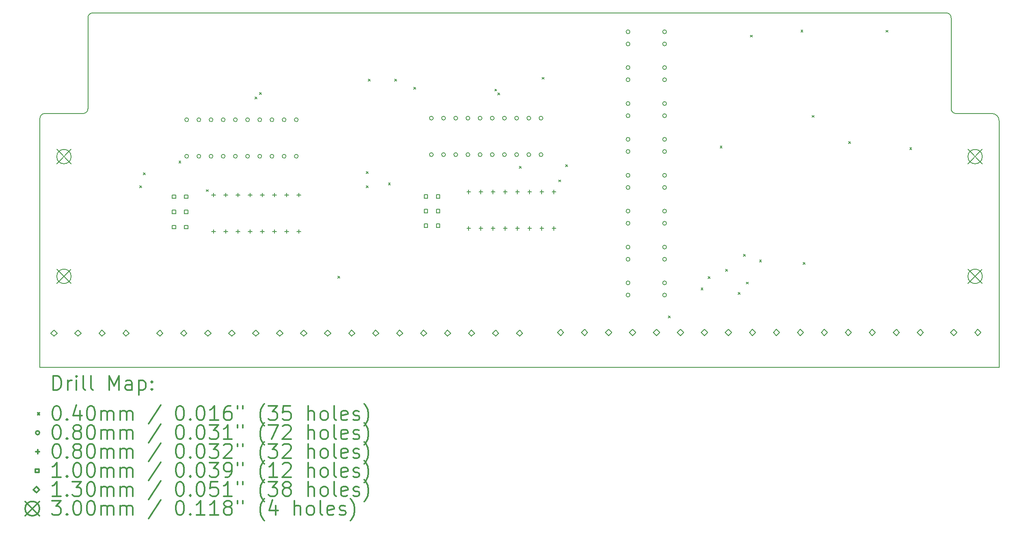
<source format=gbr>
%FSLAX45Y45*%
G04 Gerber Fmt 4.5, Leading zero omitted, Abs format (unit mm)*
G04 Created by KiCad (PCBNEW (5.0.1)-3) date 12/04/2019 13:23:11*
%MOMM*%
%LPD*%
G01*
G04 APERTURE LIST*
%ADD10C,0.200000*%
%ADD11C,0.300000*%
G04 APERTURE END LIST*
D10*
X4300000Y-6000000D02*
X4300000Y-7900000D01*
X22300000Y-6000000D02*
X22300000Y-7900000D01*
X22400000Y-8000000D02*
X23150000Y-8000000D01*
X22400000Y-8000000D02*
G75*
G02X22300000Y-7900000I0J100000D01*
G01*
X3400000Y-8000000D02*
X4200000Y-8000000D01*
X4300000Y-7900000D02*
G75*
G02X4200000Y-8000000I-100000J0D01*
G01*
X22200000Y-5900000D02*
X4400000Y-5900000D01*
X22200000Y-5900000D02*
G75*
G02X22300000Y-6000000I0J-100000D01*
G01*
X4300000Y-6000000D02*
G75*
G02X4400000Y-5900000I100000J0D01*
G01*
X3300000Y-9300000D02*
X3300000Y-8100000D01*
X3300000Y-8100000D02*
G75*
G02X3400000Y-8000000I100000J0D01*
G01*
X23300000Y-8150000D02*
X23300000Y-9300000D01*
X23300000Y-9300000D02*
X23300000Y-13300000D01*
X3300000Y-13300000D02*
X23300000Y-13300000D01*
X23150000Y-8000000D02*
G75*
G02X23300000Y-8150000I0J-150000D01*
G01*
X3300000Y-9300000D02*
X3300000Y-13300000D01*
D10*
X5383000Y-9508200D02*
X5423000Y-9548200D01*
X5423000Y-9508200D02*
X5383000Y-9548200D01*
X5456270Y-9240860D02*
X5496270Y-9280860D01*
X5496270Y-9240860D02*
X5456270Y-9280860D01*
X6196210Y-8992880D02*
X6236210Y-9032880D01*
X6236210Y-8992880D02*
X6196210Y-9032880D01*
X6767220Y-9589570D02*
X6807220Y-9629570D01*
X6807220Y-9589570D02*
X6767220Y-9629570D01*
X7781810Y-7655680D02*
X7821810Y-7695680D01*
X7821810Y-7655680D02*
X7781810Y-7695680D01*
X7879560Y-7562160D02*
X7919560Y-7602160D01*
X7919560Y-7562160D02*
X7879560Y-7602160D01*
X9510080Y-11394740D02*
X9550080Y-11434740D01*
X9550080Y-11394740D02*
X9510080Y-11434740D01*
X10101800Y-9508200D02*
X10141800Y-9548200D01*
X10141800Y-9508200D02*
X10101800Y-9548200D01*
X10106140Y-9214030D02*
X10146140Y-9254030D01*
X10146140Y-9214030D02*
X10106140Y-9254030D01*
X10147830Y-7284000D02*
X10187830Y-7324000D01*
X10187830Y-7284000D02*
X10147830Y-7324000D01*
X10565810Y-9451930D02*
X10605810Y-9491930D01*
X10605810Y-9451930D02*
X10565810Y-9491930D01*
X10696600Y-7284000D02*
X10736600Y-7324000D01*
X10736600Y-7284000D02*
X10696600Y-7324000D01*
X11094450Y-7454000D02*
X11134450Y-7494000D01*
X11134450Y-7454000D02*
X11094450Y-7494000D01*
X12784880Y-7489290D02*
X12824880Y-7529290D01*
X12824880Y-7489290D02*
X12784880Y-7529290D01*
X12848770Y-7567400D02*
X12888770Y-7607400D01*
X12888770Y-7567400D02*
X12848770Y-7607400D01*
X13298750Y-9100990D02*
X13338750Y-9140990D01*
X13338750Y-9100990D02*
X13298750Y-9140990D01*
X13772750Y-7243490D02*
X13812750Y-7283490D01*
X13812750Y-7243490D02*
X13772750Y-7283490D01*
X14116630Y-9387320D02*
X14156630Y-9427320D01*
X14156630Y-9387320D02*
X14116630Y-9427320D01*
X14259910Y-9066490D02*
X14299910Y-9106490D01*
X14299910Y-9066490D02*
X14259910Y-9106490D01*
X16404480Y-12224450D02*
X16444480Y-12264450D01*
X16444480Y-12224450D02*
X16404480Y-12264450D01*
X17086490Y-11641470D02*
X17126490Y-11681470D01*
X17126490Y-11641470D02*
X17086490Y-11681470D01*
X17235110Y-11406770D02*
X17275110Y-11446770D01*
X17275110Y-11406770D02*
X17235110Y-11446770D01*
X17482280Y-8680310D02*
X17522280Y-8720310D01*
X17522280Y-8680310D02*
X17482280Y-8720310D01*
X17596300Y-11255750D02*
X17636300Y-11295750D01*
X17636300Y-11255750D02*
X17596300Y-11295750D01*
X17859290Y-11733770D02*
X17899290Y-11773770D01*
X17899290Y-11733770D02*
X17859290Y-11773770D01*
X17968860Y-10940270D02*
X18008860Y-10980270D01*
X18008860Y-10940270D02*
X17968860Y-10980270D01*
X18027980Y-11518910D02*
X18067980Y-11558910D01*
X18067980Y-11518910D02*
X18027980Y-11558910D01*
X18117000Y-6362700D02*
X18157000Y-6402700D01*
X18157000Y-6362700D02*
X18117000Y-6402700D01*
X18305340Y-11060830D02*
X18345340Y-11100830D01*
X18345340Y-11060830D02*
X18305340Y-11100830D01*
X19169040Y-6260170D02*
X19209040Y-6300170D01*
X19209040Y-6260170D02*
X19169040Y-6300170D01*
X19212470Y-11110770D02*
X19252470Y-11150770D01*
X19252470Y-11110770D02*
X19212470Y-11150770D01*
X19399700Y-8040600D02*
X19439700Y-8080600D01*
X19439700Y-8040600D02*
X19399700Y-8080600D01*
X20161700Y-8583920D02*
X20201700Y-8623920D01*
X20201700Y-8583920D02*
X20161700Y-8623920D01*
X20942660Y-6261070D02*
X20982660Y-6301070D01*
X20982660Y-6261070D02*
X20942660Y-6301070D01*
X21437000Y-8714210D02*
X21477000Y-8754210D01*
X21477000Y-8714210D02*
X21437000Y-8754210D01*
X15602300Y-6292800D02*
G75*
G03X15602300Y-6292800I-40000J0D01*
G01*
X15602300Y-6546800D02*
G75*
G03X15602300Y-6546800I-40000J0D01*
G01*
X16364300Y-6292800D02*
G75*
G03X16364300Y-6292800I-40000J0D01*
G01*
X16364300Y-6546800D02*
G75*
G03X16364300Y-6546800I-40000J0D01*
G01*
X15602300Y-11537900D02*
G75*
G03X15602300Y-11537900I-40000J0D01*
G01*
X15602300Y-11791900D02*
G75*
G03X15602300Y-11791900I-40000J0D01*
G01*
X16364300Y-11537900D02*
G75*
G03X16364300Y-11537900I-40000J0D01*
G01*
X16364300Y-11791900D02*
G75*
G03X16364300Y-11791900I-40000J0D01*
G01*
X15602300Y-7791400D02*
G75*
G03X15602300Y-7791400I-40000J0D01*
G01*
X15602300Y-8045400D02*
G75*
G03X15602300Y-8045400I-40000J0D01*
G01*
X16364300Y-7791400D02*
G75*
G03X16364300Y-7791400I-40000J0D01*
G01*
X16364300Y-8045400D02*
G75*
G03X16364300Y-8045400I-40000J0D01*
G01*
X11501700Y-8096200D02*
G75*
G03X11501700Y-8096200I-40000J0D01*
G01*
X11501700Y-8858200D02*
G75*
G03X11501700Y-8858200I-40000J0D01*
G01*
X11755700Y-8096200D02*
G75*
G03X11755700Y-8096200I-40000J0D01*
G01*
X11755700Y-8858200D02*
G75*
G03X11755700Y-8858200I-40000J0D01*
G01*
X12009700Y-8096200D02*
G75*
G03X12009700Y-8096200I-40000J0D01*
G01*
X12009700Y-8858200D02*
G75*
G03X12009700Y-8858200I-40000J0D01*
G01*
X12263700Y-8096200D02*
G75*
G03X12263700Y-8096200I-40000J0D01*
G01*
X12263700Y-8858200D02*
G75*
G03X12263700Y-8858200I-40000J0D01*
G01*
X12517700Y-8096200D02*
G75*
G03X12517700Y-8096200I-40000J0D01*
G01*
X12517700Y-8858200D02*
G75*
G03X12517700Y-8858200I-40000J0D01*
G01*
X12771700Y-8096200D02*
G75*
G03X12771700Y-8096200I-40000J0D01*
G01*
X12771700Y-8858200D02*
G75*
G03X12771700Y-8858200I-40000J0D01*
G01*
X13025700Y-8096200D02*
G75*
G03X13025700Y-8096200I-40000J0D01*
G01*
X13025700Y-8858200D02*
G75*
G03X13025700Y-8858200I-40000J0D01*
G01*
X13279700Y-8096200D02*
G75*
G03X13279700Y-8096200I-40000J0D01*
G01*
X13279700Y-8858200D02*
G75*
G03X13279700Y-8858200I-40000J0D01*
G01*
X13533700Y-8096200D02*
G75*
G03X13533700Y-8096200I-40000J0D01*
G01*
X13533700Y-8858200D02*
G75*
G03X13533700Y-8858200I-40000J0D01*
G01*
X13787700Y-8096200D02*
G75*
G03X13787700Y-8096200I-40000J0D01*
G01*
X13787700Y-8858200D02*
G75*
G03X13787700Y-8858200I-40000J0D01*
G01*
X15602300Y-7042100D02*
G75*
G03X15602300Y-7042100I-40000J0D01*
G01*
X15602300Y-7296100D02*
G75*
G03X15602300Y-7296100I-40000J0D01*
G01*
X16364300Y-7042100D02*
G75*
G03X16364300Y-7042100I-40000J0D01*
G01*
X16364300Y-7296100D02*
G75*
G03X16364300Y-7296100I-40000J0D01*
G01*
X15602300Y-9290000D02*
G75*
G03X15602300Y-9290000I-40000J0D01*
G01*
X15602300Y-9544000D02*
G75*
G03X15602300Y-9544000I-40000J0D01*
G01*
X16364300Y-9290000D02*
G75*
G03X16364300Y-9290000I-40000J0D01*
G01*
X16364300Y-9544000D02*
G75*
G03X16364300Y-9544000I-40000J0D01*
G01*
X6398800Y-8129600D02*
G75*
G03X6398800Y-8129600I-40000J0D01*
G01*
X6398800Y-8891600D02*
G75*
G03X6398800Y-8891600I-40000J0D01*
G01*
X6652800Y-8129600D02*
G75*
G03X6652800Y-8129600I-40000J0D01*
G01*
X6652800Y-8891600D02*
G75*
G03X6652800Y-8891600I-40000J0D01*
G01*
X6906800Y-8129600D02*
G75*
G03X6906800Y-8129600I-40000J0D01*
G01*
X6906800Y-8891600D02*
G75*
G03X6906800Y-8891600I-40000J0D01*
G01*
X7160800Y-8129600D02*
G75*
G03X7160800Y-8129600I-40000J0D01*
G01*
X7160800Y-8891600D02*
G75*
G03X7160800Y-8891600I-40000J0D01*
G01*
X7414800Y-8129600D02*
G75*
G03X7414800Y-8129600I-40000J0D01*
G01*
X7414800Y-8891600D02*
G75*
G03X7414800Y-8891600I-40000J0D01*
G01*
X7668800Y-8129600D02*
G75*
G03X7668800Y-8129600I-40000J0D01*
G01*
X7668800Y-8891600D02*
G75*
G03X7668800Y-8891600I-40000J0D01*
G01*
X7922800Y-8129600D02*
G75*
G03X7922800Y-8129600I-40000J0D01*
G01*
X7922800Y-8891600D02*
G75*
G03X7922800Y-8891600I-40000J0D01*
G01*
X8176800Y-8129600D02*
G75*
G03X8176800Y-8129600I-40000J0D01*
G01*
X8176800Y-8891600D02*
G75*
G03X8176800Y-8891600I-40000J0D01*
G01*
X8430800Y-8129600D02*
G75*
G03X8430800Y-8129600I-40000J0D01*
G01*
X8430800Y-8891600D02*
G75*
G03X8430800Y-8891600I-40000J0D01*
G01*
X8684800Y-8129600D02*
G75*
G03X8684800Y-8129600I-40000J0D01*
G01*
X8684800Y-8891600D02*
G75*
G03X8684800Y-8891600I-40000J0D01*
G01*
X15602300Y-8540700D02*
G75*
G03X15602300Y-8540700I-40000J0D01*
G01*
X15602300Y-8794700D02*
G75*
G03X15602300Y-8794700I-40000J0D01*
G01*
X16364300Y-8540700D02*
G75*
G03X16364300Y-8540700I-40000J0D01*
G01*
X16364300Y-8794700D02*
G75*
G03X16364300Y-8794700I-40000J0D01*
G01*
X15602300Y-10788600D02*
G75*
G03X15602300Y-10788600I-40000J0D01*
G01*
X15602300Y-11042600D02*
G75*
G03X15602300Y-11042600I-40000J0D01*
G01*
X16364300Y-10788600D02*
G75*
G03X16364300Y-10788600I-40000J0D01*
G01*
X16364300Y-11042600D02*
G75*
G03X16364300Y-11042600I-40000J0D01*
G01*
X15602300Y-10039300D02*
G75*
G03X15602300Y-10039300I-40000J0D01*
G01*
X15602300Y-10293300D02*
G75*
G03X15602300Y-10293300I-40000J0D01*
G01*
X16364300Y-10039300D02*
G75*
G03X16364300Y-10039300I-40000J0D01*
G01*
X16364300Y-10293300D02*
G75*
G03X16364300Y-10293300I-40000J0D01*
G01*
X12241000Y-9596195D02*
X12241000Y-9676205D01*
X12200995Y-9636200D02*
X12281005Y-9636200D01*
X12241000Y-10358195D02*
X12241000Y-10438205D01*
X12200995Y-10398200D02*
X12281005Y-10398200D01*
X12495000Y-9596195D02*
X12495000Y-9676205D01*
X12454995Y-9636200D02*
X12535005Y-9636200D01*
X12495000Y-10358195D02*
X12495000Y-10438205D01*
X12454995Y-10398200D02*
X12535005Y-10398200D01*
X12749000Y-9596195D02*
X12749000Y-9676205D01*
X12708995Y-9636200D02*
X12789005Y-9636200D01*
X12749000Y-10358195D02*
X12749000Y-10438205D01*
X12708995Y-10398200D02*
X12789005Y-10398200D01*
X13003000Y-9596195D02*
X13003000Y-9676205D01*
X12962995Y-9636200D02*
X13043005Y-9636200D01*
X13003000Y-10358195D02*
X13003000Y-10438205D01*
X12962995Y-10398200D02*
X13043005Y-10398200D01*
X13257000Y-9596195D02*
X13257000Y-9676205D01*
X13216995Y-9636200D02*
X13297005Y-9636200D01*
X13257000Y-10358195D02*
X13257000Y-10438205D01*
X13216995Y-10398200D02*
X13297005Y-10398200D01*
X13511000Y-9596195D02*
X13511000Y-9676205D01*
X13470995Y-9636200D02*
X13551005Y-9636200D01*
X13511000Y-10358195D02*
X13511000Y-10438205D01*
X13470995Y-10398200D02*
X13551005Y-10398200D01*
X13765000Y-9596195D02*
X13765000Y-9676205D01*
X13724995Y-9636200D02*
X13805005Y-9636200D01*
X13765000Y-10358195D02*
X13765000Y-10438205D01*
X13724995Y-10398200D02*
X13805005Y-10398200D01*
X14019000Y-9596195D02*
X14019000Y-9676205D01*
X13978995Y-9636200D02*
X14059005Y-9636200D01*
X14019000Y-10358195D02*
X14019000Y-10438205D01*
X13978995Y-10398200D02*
X14059005Y-10398200D01*
X6918950Y-9659595D02*
X6918950Y-9739605D01*
X6878945Y-9699600D02*
X6958955Y-9699600D01*
X6918950Y-10421595D02*
X6918950Y-10501605D01*
X6878945Y-10461600D02*
X6958955Y-10461600D01*
X7172950Y-9659595D02*
X7172950Y-9739605D01*
X7132945Y-9699600D02*
X7212955Y-9699600D01*
X7172950Y-10421595D02*
X7172950Y-10501605D01*
X7132945Y-10461600D02*
X7212955Y-10461600D01*
X7426950Y-9659595D02*
X7426950Y-9739605D01*
X7386945Y-9699600D02*
X7466955Y-9699600D01*
X7426950Y-10421595D02*
X7426950Y-10501605D01*
X7386945Y-10461600D02*
X7466955Y-10461600D01*
X7680950Y-9659595D02*
X7680950Y-9739605D01*
X7640945Y-9699600D02*
X7720955Y-9699600D01*
X7680950Y-10421595D02*
X7680950Y-10501605D01*
X7640945Y-10461600D02*
X7720955Y-10461600D01*
X7934950Y-9659595D02*
X7934950Y-9739605D01*
X7894945Y-9699600D02*
X7974955Y-9699600D01*
X7934950Y-10421595D02*
X7934950Y-10501605D01*
X7894945Y-10461600D02*
X7974955Y-10461600D01*
X8188950Y-9659595D02*
X8188950Y-9739605D01*
X8148945Y-9699600D02*
X8228955Y-9699600D01*
X8188950Y-10421595D02*
X8188950Y-10501605D01*
X8148945Y-10461600D02*
X8228955Y-10461600D01*
X8442950Y-9659595D02*
X8442950Y-9739605D01*
X8402945Y-9699600D02*
X8482955Y-9699600D01*
X8442950Y-10421595D02*
X8442950Y-10501605D01*
X8402945Y-10461600D02*
X8482955Y-10461600D01*
X8696950Y-9659595D02*
X8696950Y-9739605D01*
X8656945Y-9699600D02*
X8736955Y-9699600D01*
X8696950Y-10421595D02*
X8696950Y-10501605D01*
X8656945Y-10461600D02*
X8736955Y-10461600D01*
X11380982Y-10376383D02*
X11380982Y-10305618D01*
X11310217Y-10305618D01*
X11310217Y-10376383D01*
X11380982Y-10376383D01*
X11634982Y-10376383D02*
X11634982Y-10305618D01*
X11564217Y-10305618D01*
X11564217Y-10376383D01*
X11634982Y-10376383D01*
X11380982Y-10071583D02*
X11380982Y-10000818D01*
X11310217Y-10000818D01*
X11310217Y-10071583D01*
X11380982Y-10071583D01*
X11634982Y-10071583D02*
X11634982Y-10000818D01*
X11564217Y-10000818D01*
X11564217Y-10071583D01*
X11634982Y-10071583D01*
X6128832Y-9773183D02*
X6128832Y-9702418D01*
X6058067Y-9702418D01*
X6058067Y-9773183D01*
X6128832Y-9773183D01*
X6382832Y-9773183D02*
X6382832Y-9702418D01*
X6312067Y-9702418D01*
X6312067Y-9773183D01*
X6382832Y-9773183D01*
X6128832Y-10090583D02*
X6128832Y-10019818D01*
X6058067Y-10019818D01*
X6058067Y-10090583D01*
X6128832Y-10090583D01*
X6382832Y-10090583D02*
X6382832Y-10019818D01*
X6312067Y-10019818D01*
X6312067Y-10090583D01*
X6382832Y-10090583D01*
X11380982Y-9766783D02*
X11380982Y-9696018D01*
X11310217Y-9696018D01*
X11310217Y-9766783D01*
X11380982Y-9766783D01*
X11634982Y-9766783D02*
X11634982Y-9696018D01*
X11564217Y-9696018D01*
X11564217Y-9766783D01*
X11634982Y-9766783D01*
X6128832Y-10408183D02*
X6128832Y-10337418D01*
X6058067Y-10337418D01*
X6058067Y-10408183D01*
X6128832Y-10408183D01*
X6382832Y-10408183D02*
X6382832Y-10337418D01*
X6312067Y-10337418D01*
X6312067Y-10408183D01*
X6382832Y-10408183D01*
X22356000Y-12638000D02*
X22421000Y-12573000D01*
X22356000Y-12508000D01*
X22291000Y-12573000D01*
X22356000Y-12638000D01*
X22856000Y-12638000D02*
X22921000Y-12573000D01*
X22856000Y-12508000D01*
X22791000Y-12573000D01*
X22856000Y-12638000D01*
X3593400Y-12650700D02*
X3658400Y-12585700D01*
X3593400Y-12520700D01*
X3528400Y-12585700D01*
X3593400Y-12650700D01*
X4093400Y-12650700D02*
X4158400Y-12585700D01*
X4093400Y-12520700D01*
X4028400Y-12585700D01*
X4093400Y-12650700D01*
X4593400Y-12650700D02*
X4658400Y-12585700D01*
X4593400Y-12520700D01*
X4528400Y-12585700D01*
X4593400Y-12650700D01*
X5093400Y-12650700D02*
X5158400Y-12585700D01*
X5093400Y-12520700D01*
X5028400Y-12585700D01*
X5093400Y-12650700D01*
X5800400Y-12650700D02*
X5865400Y-12585700D01*
X5800400Y-12520700D01*
X5735400Y-12585700D01*
X5800400Y-12650700D01*
X6300400Y-12650700D02*
X6365400Y-12585700D01*
X6300400Y-12520700D01*
X6235400Y-12585700D01*
X6300400Y-12650700D01*
X6800400Y-12650700D02*
X6865400Y-12585700D01*
X6800400Y-12520700D01*
X6735400Y-12585700D01*
X6800400Y-12650700D01*
X7300400Y-12650700D02*
X7365400Y-12585700D01*
X7300400Y-12520700D01*
X7235400Y-12585700D01*
X7300400Y-12650700D01*
X7800400Y-12650700D02*
X7865400Y-12585700D01*
X7800400Y-12520700D01*
X7735400Y-12585700D01*
X7800400Y-12650700D01*
X8300400Y-12650700D02*
X8365400Y-12585700D01*
X8300400Y-12520700D01*
X8235400Y-12585700D01*
X8300400Y-12650700D01*
X8800400Y-12650700D02*
X8865400Y-12585700D01*
X8800400Y-12520700D01*
X8735400Y-12585700D01*
X8800400Y-12650700D01*
X9300400Y-12650700D02*
X9365400Y-12585700D01*
X9300400Y-12520700D01*
X9235400Y-12585700D01*
X9300400Y-12650700D01*
X9800400Y-12650700D02*
X9865400Y-12585700D01*
X9800400Y-12520700D01*
X9735400Y-12585700D01*
X9800400Y-12650700D01*
X10300400Y-12650700D02*
X10365400Y-12585700D01*
X10300400Y-12520700D01*
X10235400Y-12585700D01*
X10300400Y-12650700D01*
X10800400Y-12650700D02*
X10865400Y-12585700D01*
X10800400Y-12520700D01*
X10735400Y-12585700D01*
X10800400Y-12650700D01*
X11300400Y-12650700D02*
X11365400Y-12585700D01*
X11300400Y-12520700D01*
X11235400Y-12585700D01*
X11300400Y-12650700D01*
X11800400Y-12650700D02*
X11865400Y-12585700D01*
X11800400Y-12520700D01*
X11735400Y-12585700D01*
X11800400Y-12650700D01*
X12300400Y-12650700D02*
X12365400Y-12585700D01*
X12300400Y-12520700D01*
X12235400Y-12585700D01*
X12300400Y-12650700D01*
X12800400Y-12650700D02*
X12865400Y-12585700D01*
X12800400Y-12520700D01*
X12735400Y-12585700D01*
X12800400Y-12650700D01*
X13300400Y-12650700D02*
X13365400Y-12585700D01*
X13300400Y-12520700D01*
X13235400Y-12585700D01*
X13300400Y-12650700D01*
X14157000Y-12638000D02*
X14222000Y-12573000D01*
X14157000Y-12508000D01*
X14092000Y-12573000D01*
X14157000Y-12638000D01*
X14657000Y-12638000D02*
X14722000Y-12573000D01*
X14657000Y-12508000D01*
X14592000Y-12573000D01*
X14657000Y-12638000D01*
X15157000Y-12638000D02*
X15222000Y-12573000D01*
X15157000Y-12508000D01*
X15092000Y-12573000D01*
X15157000Y-12638000D01*
X15657000Y-12638000D02*
X15722000Y-12573000D01*
X15657000Y-12508000D01*
X15592000Y-12573000D01*
X15657000Y-12638000D01*
X16157000Y-12638000D02*
X16222000Y-12573000D01*
X16157000Y-12508000D01*
X16092000Y-12573000D01*
X16157000Y-12638000D01*
X16657000Y-12638000D02*
X16722000Y-12573000D01*
X16657000Y-12508000D01*
X16592000Y-12573000D01*
X16657000Y-12638000D01*
X17157000Y-12638000D02*
X17222000Y-12573000D01*
X17157000Y-12508000D01*
X17092000Y-12573000D01*
X17157000Y-12638000D01*
X17657000Y-12638000D02*
X17722000Y-12573000D01*
X17657000Y-12508000D01*
X17592000Y-12573000D01*
X17657000Y-12638000D01*
X18157000Y-12638000D02*
X18222000Y-12573000D01*
X18157000Y-12508000D01*
X18092000Y-12573000D01*
X18157000Y-12638000D01*
X18657000Y-12638000D02*
X18722000Y-12573000D01*
X18657000Y-12508000D01*
X18592000Y-12573000D01*
X18657000Y-12638000D01*
X19157000Y-12638000D02*
X19222000Y-12573000D01*
X19157000Y-12508000D01*
X19092000Y-12573000D01*
X19157000Y-12638000D01*
X19657000Y-12638000D02*
X19722000Y-12573000D01*
X19657000Y-12508000D01*
X19592000Y-12573000D01*
X19657000Y-12638000D01*
X20157000Y-12638000D02*
X20222000Y-12573000D01*
X20157000Y-12508000D01*
X20092000Y-12573000D01*
X20157000Y-12638000D01*
X20657000Y-12638000D02*
X20722000Y-12573000D01*
X20657000Y-12508000D01*
X20592000Y-12573000D01*
X20657000Y-12638000D01*
X21157000Y-12638000D02*
X21222000Y-12573000D01*
X21157000Y-12508000D01*
X21092000Y-12573000D01*
X21157000Y-12638000D01*
X21657000Y-12638000D02*
X21722000Y-12573000D01*
X21657000Y-12508000D01*
X21592000Y-12573000D01*
X21657000Y-12638000D01*
X22650000Y-8750000D02*
X22950000Y-9050000D01*
X22950000Y-8750000D02*
X22650000Y-9050000D01*
X22950000Y-8900000D02*
G75*
G03X22950000Y-8900000I-150000J0D01*
G01*
X3650000Y-8750000D02*
X3950000Y-9050000D01*
X3950000Y-8750000D02*
X3650000Y-9050000D01*
X3950000Y-8900000D02*
G75*
G03X3950000Y-8900000I-150000J0D01*
G01*
X22650000Y-11250000D02*
X22950000Y-11550000D01*
X22950000Y-11250000D02*
X22650000Y-11550000D01*
X22950000Y-11400000D02*
G75*
G03X22950000Y-11400000I-150000J0D01*
G01*
X3650000Y-11250000D02*
X3950000Y-11550000D01*
X3950000Y-11250000D02*
X3650000Y-11550000D01*
X3950000Y-11400000D02*
G75*
G03X3950000Y-11400000I-150000J0D01*
G01*
D11*
X3576428Y-13775714D02*
X3576428Y-13475714D01*
X3647857Y-13475714D01*
X3690714Y-13490000D01*
X3719286Y-13518571D01*
X3733571Y-13547143D01*
X3747857Y-13604286D01*
X3747857Y-13647143D01*
X3733571Y-13704286D01*
X3719286Y-13732857D01*
X3690714Y-13761429D01*
X3647857Y-13775714D01*
X3576428Y-13775714D01*
X3876428Y-13775714D02*
X3876428Y-13575714D01*
X3876428Y-13632857D02*
X3890714Y-13604286D01*
X3905000Y-13590000D01*
X3933571Y-13575714D01*
X3962143Y-13575714D01*
X4062143Y-13775714D02*
X4062143Y-13575714D01*
X4062143Y-13475714D02*
X4047857Y-13490000D01*
X4062143Y-13504286D01*
X4076428Y-13490000D01*
X4062143Y-13475714D01*
X4062143Y-13504286D01*
X4247857Y-13775714D02*
X4219286Y-13761429D01*
X4205000Y-13732857D01*
X4205000Y-13475714D01*
X4405000Y-13775714D02*
X4376428Y-13761429D01*
X4362143Y-13732857D01*
X4362143Y-13475714D01*
X4747857Y-13775714D02*
X4747857Y-13475714D01*
X4847857Y-13690000D01*
X4947857Y-13475714D01*
X4947857Y-13775714D01*
X5219286Y-13775714D02*
X5219286Y-13618571D01*
X5205000Y-13590000D01*
X5176428Y-13575714D01*
X5119286Y-13575714D01*
X5090714Y-13590000D01*
X5219286Y-13761429D02*
X5190714Y-13775714D01*
X5119286Y-13775714D01*
X5090714Y-13761429D01*
X5076428Y-13732857D01*
X5076428Y-13704286D01*
X5090714Y-13675714D01*
X5119286Y-13661429D01*
X5190714Y-13661429D01*
X5219286Y-13647143D01*
X5362143Y-13575714D02*
X5362143Y-13875714D01*
X5362143Y-13590000D02*
X5390714Y-13575714D01*
X5447857Y-13575714D01*
X5476428Y-13590000D01*
X5490714Y-13604286D01*
X5505000Y-13632857D01*
X5505000Y-13718571D01*
X5490714Y-13747143D01*
X5476428Y-13761429D01*
X5447857Y-13775714D01*
X5390714Y-13775714D01*
X5362143Y-13761429D01*
X5633571Y-13747143D02*
X5647857Y-13761429D01*
X5633571Y-13775714D01*
X5619286Y-13761429D01*
X5633571Y-13747143D01*
X5633571Y-13775714D01*
X5633571Y-13590000D02*
X5647857Y-13604286D01*
X5633571Y-13618571D01*
X5619286Y-13604286D01*
X5633571Y-13590000D01*
X5633571Y-13618571D01*
X3250000Y-14250000D02*
X3290000Y-14290000D01*
X3290000Y-14250000D02*
X3250000Y-14290000D01*
X3633571Y-14105714D02*
X3662143Y-14105714D01*
X3690714Y-14120000D01*
X3705000Y-14134286D01*
X3719286Y-14162857D01*
X3733571Y-14220000D01*
X3733571Y-14291429D01*
X3719286Y-14348571D01*
X3705000Y-14377143D01*
X3690714Y-14391429D01*
X3662143Y-14405714D01*
X3633571Y-14405714D01*
X3605000Y-14391429D01*
X3590714Y-14377143D01*
X3576428Y-14348571D01*
X3562143Y-14291429D01*
X3562143Y-14220000D01*
X3576428Y-14162857D01*
X3590714Y-14134286D01*
X3605000Y-14120000D01*
X3633571Y-14105714D01*
X3862143Y-14377143D02*
X3876428Y-14391429D01*
X3862143Y-14405714D01*
X3847857Y-14391429D01*
X3862143Y-14377143D01*
X3862143Y-14405714D01*
X4133571Y-14205714D02*
X4133571Y-14405714D01*
X4062143Y-14091429D02*
X3990714Y-14305714D01*
X4176428Y-14305714D01*
X4347857Y-14105714D02*
X4376428Y-14105714D01*
X4405000Y-14120000D01*
X4419286Y-14134286D01*
X4433571Y-14162857D01*
X4447857Y-14220000D01*
X4447857Y-14291429D01*
X4433571Y-14348571D01*
X4419286Y-14377143D01*
X4405000Y-14391429D01*
X4376428Y-14405714D01*
X4347857Y-14405714D01*
X4319286Y-14391429D01*
X4305000Y-14377143D01*
X4290714Y-14348571D01*
X4276428Y-14291429D01*
X4276428Y-14220000D01*
X4290714Y-14162857D01*
X4305000Y-14134286D01*
X4319286Y-14120000D01*
X4347857Y-14105714D01*
X4576428Y-14405714D02*
X4576428Y-14205714D01*
X4576428Y-14234286D02*
X4590714Y-14220000D01*
X4619286Y-14205714D01*
X4662143Y-14205714D01*
X4690714Y-14220000D01*
X4705000Y-14248571D01*
X4705000Y-14405714D01*
X4705000Y-14248571D02*
X4719286Y-14220000D01*
X4747857Y-14205714D01*
X4790714Y-14205714D01*
X4819286Y-14220000D01*
X4833571Y-14248571D01*
X4833571Y-14405714D01*
X4976428Y-14405714D02*
X4976428Y-14205714D01*
X4976428Y-14234286D02*
X4990714Y-14220000D01*
X5019286Y-14205714D01*
X5062143Y-14205714D01*
X5090714Y-14220000D01*
X5105000Y-14248571D01*
X5105000Y-14405714D01*
X5105000Y-14248571D02*
X5119286Y-14220000D01*
X5147857Y-14205714D01*
X5190714Y-14205714D01*
X5219286Y-14220000D01*
X5233571Y-14248571D01*
X5233571Y-14405714D01*
X5819286Y-14091429D02*
X5562143Y-14477143D01*
X6205000Y-14105714D02*
X6233571Y-14105714D01*
X6262143Y-14120000D01*
X6276428Y-14134286D01*
X6290714Y-14162857D01*
X6305000Y-14220000D01*
X6305000Y-14291429D01*
X6290714Y-14348571D01*
X6276428Y-14377143D01*
X6262143Y-14391429D01*
X6233571Y-14405714D01*
X6205000Y-14405714D01*
X6176428Y-14391429D01*
X6162143Y-14377143D01*
X6147857Y-14348571D01*
X6133571Y-14291429D01*
X6133571Y-14220000D01*
X6147857Y-14162857D01*
X6162143Y-14134286D01*
X6176428Y-14120000D01*
X6205000Y-14105714D01*
X6433571Y-14377143D02*
X6447857Y-14391429D01*
X6433571Y-14405714D01*
X6419286Y-14391429D01*
X6433571Y-14377143D01*
X6433571Y-14405714D01*
X6633571Y-14105714D02*
X6662143Y-14105714D01*
X6690714Y-14120000D01*
X6705000Y-14134286D01*
X6719286Y-14162857D01*
X6733571Y-14220000D01*
X6733571Y-14291429D01*
X6719286Y-14348571D01*
X6705000Y-14377143D01*
X6690714Y-14391429D01*
X6662143Y-14405714D01*
X6633571Y-14405714D01*
X6605000Y-14391429D01*
X6590714Y-14377143D01*
X6576428Y-14348571D01*
X6562143Y-14291429D01*
X6562143Y-14220000D01*
X6576428Y-14162857D01*
X6590714Y-14134286D01*
X6605000Y-14120000D01*
X6633571Y-14105714D01*
X7019286Y-14405714D02*
X6847857Y-14405714D01*
X6933571Y-14405714D02*
X6933571Y-14105714D01*
X6905000Y-14148571D01*
X6876428Y-14177143D01*
X6847857Y-14191429D01*
X7276428Y-14105714D02*
X7219286Y-14105714D01*
X7190714Y-14120000D01*
X7176428Y-14134286D01*
X7147857Y-14177143D01*
X7133571Y-14234286D01*
X7133571Y-14348571D01*
X7147857Y-14377143D01*
X7162143Y-14391429D01*
X7190714Y-14405714D01*
X7247857Y-14405714D01*
X7276428Y-14391429D01*
X7290714Y-14377143D01*
X7305000Y-14348571D01*
X7305000Y-14277143D01*
X7290714Y-14248571D01*
X7276428Y-14234286D01*
X7247857Y-14220000D01*
X7190714Y-14220000D01*
X7162143Y-14234286D01*
X7147857Y-14248571D01*
X7133571Y-14277143D01*
X7419286Y-14105714D02*
X7419286Y-14162857D01*
X7533571Y-14105714D02*
X7533571Y-14162857D01*
X7976428Y-14520000D02*
X7962143Y-14505714D01*
X7933571Y-14462857D01*
X7919286Y-14434286D01*
X7905000Y-14391429D01*
X7890714Y-14320000D01*
X7890714Y-14262857D01*
X7905000Y-14191429D01*
X7919286Y-14148571D01*
X7933571Y-14120000D01*
X7962143Y-14077143D01*
X7976428Y-14062857D01*
X8062143Y-14105714D02*
X8247857Y-14105714D01*
X8147857Y-14220000D01*
X8190714Y-14220000D01*
X8219286Y-14234286D01*
X8233571Y-14248571D01*
X8247857Y-14277143D01*
X8247857Y-14348571D01*
X8233571Y-14377143D01*
X8219286Y-14391429D01*
X8190714Y-14405714D01*
X8105000Y-14405714D01*
X8076428Y-14391429D01*
X8062143Y-14377143D01*
X8519286Y-14105714D02*
X8376428Y-14105714D01*
X8362143Y-14248571D01*
X8376428Y-14234286D01*
X8405000Y-14220000D01*
X8476428Y-14220000D01*
X8505000Y-14234286D01*
X8519286Y-14248571D01*
X8533571Y-14277143D01*
X8533571Y-14348571D01*
X8519286Y-14377143D01*
X8505000Y-14391429D01*
X8476428Y-14405714D01*
X8405000Y-14405714D01*
X8376428Y-14391429D01*
X8362143Y-14377143D01*
X8890714Y-14405714D02*
X8890714Y-14105714D01*
X9019286Y-14405714D02*
X9019286Y-14248571D01*
X9005000Y-14220000D01*
X8976428Y-14205714D01*
X8933571Y-14205714D01*
X8905000Y-14220000D01*
X8890714Y-14234286D01*
X9205000Y-14405714D02*
X9176428Y-14391429D01*
X9162143Y-14377143D01*
X9147857Y-14348571D01*
X9147857Y-14262857D01*
X9162143Y-14234286D01*
X9176428Y-14220000D01*
X9205000Y-14205714D01*
X9247857Y-14205714D01*
X9276428Y-14220000D01*
X9290714Y-14234286D01*
X9305000Y-14262857D01*
X9305000Y-14348571D01*
X9290714Y-14377143D01*
X9276428Y-14391429D01*
X9247857Y-14405714D01*
X9205000Y-14405714D01*
X9476428Y-14405714D02*
X9447857Y-14391429D01*
X9433571Y-14362857D01*
X9433571Y-14105714D01*
X9705000Y-14391429D02*
X9676428Y-14405714D01*
X9619286Y-14405714D01*
X9590714Y-14391429D01*
X9576428Y-14362857D01*
X9576428Y-14248571D01*
X9590714Y-14220000D01*
X9619286Y-14205714D01*
X9676428Y-14205714D01*
X9705000Y-14220000D01*
X9719286Y-14248571D01*
X9719286Y-14277143D01*
X9576428Y-14305714D01*
X9833571Y-14391429D02*
X9862143Y-14405714D01*
X9919286Y-14405714D01*
X9947857Y-14391429D01*
X9962143Y-14362857D01*
X9962143Y-14348571D01*
X9947857Y-14320000D01*
X9919286Y-14305714D01*
X9876428Y-14305714D01*
X9847857Y-14291429D01*
X9833571Y-14262857D01*
X9833571Y-14248571D01*
X9847857Y-14220000D01*
X9876428Y-14205714D01*
X9919286Y-14205714D01*
X9947857Y-14220000D01*
X10062143Y-14520000D02*
X10076428Y-14505714D01*
X10105000Y-14462857D01*
X10119286Y-14434286D01*
X10133571Y-14391429D01*
X10147857Y-14320000D01*
X10147857Y-14262857D01*
X10133571Y-14191429D01*
X10119286Y-14148571D01*
X10105000Y-14120000D01*
X10076428Y-14077143D01*
X10062143Y-14062857D01*
X3290000Y-14666000D02*
G75*
G03X3290000Y-14666000I-40000J0D01*
G01*
X3633571Y-14501714D02*
X3662143Y-14501714D01*
X3690714Y-14516000D01*
X3705000Y-14530286D01*
X3719286Y-14558857D01*
X3733571Y-14616000D01*
X3733571Y-14687429D01*
X3719286Y-14744571D01*
X3705000Y-14773143D01*
X3690714Y-14787429D01*
X3662143Y-14801714D01*
X3633571Y-14801714D01*
X3605000Y-14787429D01*
X3590714Y-14773143D01*
X3576428Y-14744571D01*
X3562143Y-14687429D01*
X3562143Y-14616000D01*
X3576428Y-14558857D01*
X3590714Y-14530286D01*
X3605000Y-14516000D01*
X3633571Y-14501714D01*
X3862143Y-14773143D02*
X3876428Y-14787429D01*
X3862143Y-14801714D01*
X3847857Y-14787429D01*
X3862143Y-14773143D01*
X3862143Y-14801714D01*
X4047857Y-14630286D02*
X4019286Y-14616000D01*
X4005000Y-14601714D01*
X3990714Y-14573143D01*
X3990714Y-14558857D01*
X4005000Y-14530286D01*
X4019286Y-14516000D01*
X4047857Y-14501714D01*
X4105000Y-14501714D01*
X4133571Y-14516000D01*
X4147857Y-14530286D01*
X4162143Y-14558857D01*
X4162143Y-14573143D01*
X4147857Y-14601714D01*
X4133571Y-14616000D01*
X4105000Y-14630286D01*
X4047857Y-14630286D01*
X4019286Y-14644571D01*
X4005000Y-14658857D01*
X3990714Y-14687429D01*
X3990714Y-14744571D01*
X4005000Y-14773143D01*
X4019286Y-14787429D01*
X4047857Y-14801714D01*
X4105000Y-14801714D01*
X4133571Y-14787429D01*
X4147857Y-14773143D01*
X4162143Y-14744571D01*
X4162143Y-14687429D01*
X4147857Y-14658857D01*
X4133571Y-14644571D01*
X4105000Y-14630286D01*
X4347857Y-14501714D02*
X4376428Y-14501714D01*
X4405000Y-14516000D01*
X4419286Y-14530286D01*
X4433571Y-14558857D01*
X4447857Y-14616000D01*
X4447857Y-14687429D01*
X4433571Y-14744571D01*
X4419286Y-14773143D01*
X4405000Y-14787429D01*
X4376428Y-14801714D01*
X4347857Y-14801714D01*
X4319286Y-14787429D01*
X4305000Y-14773143D01*
X4290714Y-14744571D01*
X4276428Y-14687429D01*
X4276428Y-14616000D01*
X4290714Y-14558857D01*
X4305000Y-14530286D01*
X4319286Y-14516000D01*
X4347857Y-14501714D01*
X4576428Y-14801714D02*
X4576428Y-14601714D01*
X4576428Y-14630286D02*
X4590714Y-14616000D01*
X4619286Y-14601714D01*
X4662143Y-14601714D01*
X4690714Y-14616000D01*
X4705000Y-14644571D01*
X4705000Y-14801714D01*
X4705000Y-14644571D02*
X4719286Y-14616000D01*
X4747857Y-14601714D01*
X4790714Y-14601714D01*
X4819286Y-14616000D01*
X4833571Y-14644571D01*
X4833571Y-14801714D01*
X4976428Y-14801714D02*
X4976428Y-14601714D01*
X4976428Y-14630286D02*
X4990714Y-14616000D01*
X5019286Y-14601714D01*
X5062143Y-14601714D01*
X5090714Y-14616000D01*
X5105000Y-14644571D01*
X5105000Y-14801714D01*
X5105000Y-14644571D02*
X5119286Y-14616000D01*
X5147857Y-14601714D01*
X5190714Y-14601714D01*
X5219286Y-14616000D01*
X5233571Y-14644571D01*
X5233571Y-14801714D01*
X5819286Y-14487429D02*
X5562143Y-14873143D01*
X6205000Y-14501714D02*
X6233571Y-14501714D01*
X6262143Y-14516000D01*
X6276428Y-14530286D01*
X6290714Y-14558857D01*
X6305000Y-14616000D01*
X6305000Y-14687429D01*
X6290714Y-14744571D01*
X6276428Y-14773143D01*
X6262143Y-14787429D01*
X6233571Y-14801714D01*
X6205000Y-14801714D01*
X6176428Y-14787429D01*
X6162143Y-14773143D01*
X6147857Y-14744571D01*
X6133571Y-14687429D01*
X6133571Y-14616000D01*
X6147857Y-14558857D01*
X6162143Y-14530286D01*
X6176428Y-14516000D01*
X6205000Y-14501714D01*
X6433571Y-14773143D02*
X6447857Y-14787429D01*
X6433571Y-14801714D01*
X6419286Y-14787429D01*
X6433571Y-14773143D01*
X6433571Y-14801714D01*
X6633571Y-14501714D02*
X6662143Y-14501714D01*
X6690714Y-14516000D01*
X6705000Y-14530286D01*
X6719286Y-14558857D01*
X6733571Y-14616000D01*
X6733571Y-14687429D01*
X6719286Y-14744571D01*
X6705000Y-14773143D01*
X6690714Y-14787429D01*
X6662143Y-14801714D01*
X6633571Y-14801714D01*
X6605000Y-14787429D01*
X6590714Y-14773143D01*
X6576428Y-14744571D01*
X6562143Y-14687429D01*
X6562143Y-14616000D01*
X6576428Y-14558857D01*
X6590714Y-14530286D01*
X6605000Y-14516000D01*
X6633571Y-14501714D01*
X6833571Y-14501714D02*
X7019286Y-14501714D01*
X6919286Y-14616000D01*
X6962143Y-14616000D01*
X6990714Y-14630286D01*
X7005000Y-14644571D01*
X7019286Y-14673143D01*
X7019286Y-14744571D01*
X7005000Y-14773143D01*
X6990714Y-14787429D01*
X6962143Y-14801714D01*
X6876428Y-14801714D01*
X6847857Y-14787429D01*
X6833571Y-14773143D01*
X7305000Y-14801714D02*
X7133571Y-14801714D01*
X7219286Y-14801714D02*
X7219286Y-14501714D01*
X7190714Y-14544571D01*
X7162143Y-14573143D01*
X7133571Y-14587429D01*
X7419286Y-14501714D02*
X7419286Y-14558857D01*
X7533571Y-14501714D02*
X7533571Y-14558857D01*
X7976428Y-14916000D02*
X7962143Y-14901714D01*
X7933571Y-14858857D01*
X7919286Y-14830286D01*
X7905000Y-14787429D01*
X7890714Y-14716000D01*
X7890714Y-14658857D01*
X7905000Y-14587429D01*
X7919286Y-14544571D01*
X7933571Y-14516000D01*
X7962143Y-14473143D01*
X7976428Y-14458857D01*
X8062143Y-14501714D02*
X8262143Y-14501714D01*
X8133571Y-14801714D01*
X8362143Y-14530286D02*
X8376428Y-14516000D01*
X8405000Y-14501714D01*
X8476428Y-14501714D01*
X8505000Y-14516000D01*
X8519286Y-14530286D01*
X8533571Y-14558857D01*
X8533571Y-14587429D01*
X8519286Y-14630286D01*
X8347857Y-14801714D01*
X8533571Y-14801714D01*
X8890714Y-14801714D02*
X8890714Y-14501714D01*
X9019286Y-14801714D02*
X9019286Y-14644571D01*
X9005000Y-14616000D01*
X8976428Y-14601714D01*
X8933571Y-14601714D01*
X8905000Y-14616000D01*
X8890714Y-14630286D01*
X9205000Y-14801714D02*
X9176428Y-14787429D01*
X9162143Y-14773143D01*
X9147857Y-14744571D01*
X9147857Y-14658857D01*
X9162143Y-14630286D01*
X9176428Y-14616000D01*
X9205000Y-14601714D01*
X9247857Y-14601714D01*
X9276428Y-14616000D01*
X9290714Y-14630286D01*
X9305000Y-14658857D01*
X9305000Y-14744571D01*
X9290714Y-14773143D01*
X9276428Y-14787429D01*
X9247857Y-14801714D01*
X9205000Y-14801714D01*
X9476428Y-14801714D02*
X9447857Y-14787429D01*
X9433571Y-14758857D01*
X9433571Y-14501714D01*
X9705000Y-14787429D02*
X9676428Y-14801714D01*
X9619286Y-14801714D01*
X9590714Y-14787429D01*
X9576428Y-14758857D01*
X9576428Y-14644571D01*
X9590714Y-14616000D01*
X9619286Y-14601714D01*
X9676428Y-14601714D01*
X9705000Y-14616000D01*
X9719286Y-14644571D01*
X9719286Y-14673143D01*
X9576428Y-14701714D01*
X9833571Y-14787429D02*
X9862143Y-14801714D01*
X9919286Y-14801714D01*
X9947857Y-14787429D01*
X9962143Y-14758857D01*
X9962143Y-14744571D01*
X9947857Y-14716000D01*
X9919286Y-14701714D01*
X9876428Y-14701714D01*
X9847857Y-14687429D01*
X9833571Y-14658857D01*
X9833571Y-14644571D01*
X9847857Y-14616000D01*
X9876428Y-14601714D01*
X9919286Y-14601714D01*
X9947857Y-14616000D01*
X10062143Y-14916000D02*
X10076428Y-14901714D01*
X10105000Y-14858857D01*
X10119286Y-14830286D01*
X10133571Y-14787429D01*
X10147857Y-14716000D01*
X10147857Y-14658857D01*
X10133571Y-14587429D01*
X10119286Y-14544571D01*
X10105000Y-14516000D01*
X10076428Y-14473143D01*
X10062143Y-14458857D01*
X3249995Y-15021995D02*
X3249995Y-15102005D01*
X3209990Y-15062000D02*
X3290000Y-15062000D01*
X3633571Y-14897714D02*
X3662143Y-14897714D01*
X3690714Y-14912000D01*
X3705000Y-14926286D01*
X3719286Y-14954857D01*
X3733571Y-15012000D01*
X3733571Y-15083429D01*
X3719286Y-15140571D01*
X3705000Y-15169143D01*
X3690714Y-15183429D01*
X3662143Y-15197714D01*
X3633571Y-15197714D01*
X3605000Y-15183429D01*
X3590714Y-15169143D01*
X3576428Y-15140571D01*
X3562143Y-15083429D01*
X3562143Y-15012000D01*
X3576428Y-14954857D01*
X3590714Y-14926286D01*
X3605000Y-14912000D01*
X3633571Y-14897714D01*
X3862143Y-15169143D02*
X3876428Y-15183429D01*
X3862143Y-15197714D01*
X3847857Y-15183429D01*
X3862143Y-15169143D01*
X3862143Y-15197714D01*
X4047857Y-15026286D02*
X4019286Y-15012000D01*
X4005000Y-14997714D01*
X3990714Y-14969143D01*
X3990714Y-14954857D01*
X4005000Y-14926286D01*
X4019286Y-14912000D01*
X4047857Y-14897714D01*
X4105000Y-14897714D01*
X4133571Y-14912000D01*
X4147857Y-14926286D01*
X4162143Y-14954857D01*
X4162143Y-14969143D01*
X4147857Y-14997714D01*
X4133571Y-15012000D01*
X4105000Y-15026286D01*
X4047857Y-15026286D01*
X4019286Y-15040571D01*
X4005000Y-15054857D01*
X3990714Y-15083429D01*
X3990714Y-15140571D01*
X4005000Y-15169143D01*
X4019286Y-15183429D01*
X4047857Y-15197714D01*
X4105000Y-15197714D01*
X4133571Y-15183429D01*
X4147857Y-15169143D01*
X4162143Y-15140571D01*
X4162143Y-15083429D01*
X4147857Y-15054857D01*
X4133571Y-15040571D01*
X4105000Y-15026286D01*
X4347857Y-14897714D02*
X4376428Y-14897714D01*
X4405000Y-14912000D01*
X4419286Y-14926286D01*
X4433571Y-14954857D01*
X4447857Y-15012000D01*
X4447857Y-15083429D01*
X4433571Y-15140571D01*
X4419286Y-15169143D01*
X4405000Y-15183429D01*
X4376428Y-15197714D01*
X4347857Y-15197714D01*
X4319286Y-15183429D01*
X4305000Y-15169143D01*
X4290714Y-15140571D01*
X4276428Y-15083429D01*
X4276428Y-15012000D01*
X4290714Y-14954857D01*
X4305000Y-14926286D01*
X4319286Y-14912000D01*
X4347857Y-14897714D01*
X4576428Y-15197714D02*
X4576428Y-14997714D01*
X4576428Y-15026286D02*
X4590714Y-15012000D01*
X4619286Y-14997714D01*
X4662143Y-14997714D01*
X4690714Y-15012000D01*
X4705000Y-15040571D01*
X4705000Y-15197714D01*
X4705000Y-15040571D02*
X4719286Y-15012000D01*
X4747857Y-14997714D01*
X4790714Y-14997714D01*
X4819286Y-15012000D01*
X4833571Y-15040571D01*
X4833571Y-15197714D01*
X4976428Y-15197714D02*
X4976428Y-14997714D01*
X4976428Y-15026286D02*
X4990714Y-15012000D01*
X5019286Y-14997714D01*
X5062143Y-14997714D01*
X5090714Y-15012000D01*
X5105000Y-15040571D01*
X5105000Y-15197714D01*
X5105000Y-15040571D02*
X5119286Y-15012000D01*
X5147857Y-14997714D01*
X5190714Y-14997714D01*
X5219286Y-15012000D01*
X5233571Y-15040571D01*
X5233571Y-15197714D01*
X5819286Y-14883429D02*
X5562143Y-15269143D01*
X6205000Y-14897714D02*
X6233571Y-14897714D01*
X6262143Y-14912000D01*
X6276428Y-14926286D01*
X6290714Y-14954857D01*
X6305000Y-15012000D01*
X6305000Y-15083429D01*
X6290714Y-15140571D01*
X6276428Y-15169143D01*
X6262143Y-15183429D01*
X6233571Y-15197714D01*
X6205000Y-15197714D01*
X6176428Y-15183429D01*
X6162143Y-15169143D01*
X6147857Y-15140571D01*
X6133571Y-15083429D01*
X6133571Y-15012000D01*
X6147857Y-14954857D01*
X6162143Y-14926286D01*
X6176428Y-14912000D01*
X6205000Y-14897714D01*
X6433571Y-15169143D02*
X6447857Y-15183429D01*
X6433571Y-15197714D01*
X6419286Y-15183429D01*
X6433571Y-15169143D01*
X6433571Y-15197714D01*
X6633571Y-14897714D02*
X6662143Y-14897714D01*
X6690714Y-14912000D01*
X6705000Y-14926286D01*
X6719286Y-14954857D01*
X6733571Y-15012000D01*
X6733571Y-15083429D01*
X6719286Y-15140571D01*
X6705000Y-15169143D01*
X6690714Y-15183429D01*
X6662143Y-15197714D01*
X6633571Y-15197714D01*
X6605000Y-15183429D01*
X6590714Y-15169143D01*
X6576428Y-15140571D01*
X6562143Y-15083429D01*
X6562143Y-15012000D01*
X6576428Y-14954857D01*
X6590714Y-14926286D01*
X6605000Y-14912000D01*
X6633571Y-14897714D01*
X6833571Y-14897714D02*
X7019286Y-14897714D01*
X6919286Y-15012000D01*
X6962143Y-15012000D01*
X6990714Y-15026286D01*
X7005000Y-15040571D01*
X7019286Y-15069143D01*
X7019286Y-15140571D01*
X7005000Y-15169143D01*
X6990714Y-15183429D01*
X6962143Y-15197714D01*
X6876428Y-15197714D01*
X6847857Y-15183429D01*
X6833571Y-15169143D01*
X7133571Y-14926286D02*
X7147857Y-14912000D01*
X7176428Y-14897714D01*
X7247857Y-14897714D01*
X7276428Y-14912000D01*
X7290714Y-14926286D01*
X7305000Y-14954857D01*
X7305000Y-14983429D01*
X7290714Y-15026286D01*
X7119286Y-15197714D01*
X7305000Y-15197714D01*
X7419286Y-14897714D02*
X7419286Y-14954857D01*
X7533571Y-14897714D02*
X7533571Y-14954857D01*
X7976428Y-15312000D02*
X7962143Y-15297714D01*
X7933571Y-15254857D01*
X7919286Y-15226286D01*
X7905000Y-15183429D01*
X7890714Y-15112000D01*
X7890714Y-15054857D01*
X7905000Y-14983429D01*
X7919286Y-14940571D01*
X7933571Y-14912000D01*
X7962143Y-14869143D01*
X7976428Y-14854857D01*
X8062143Y-14897714D02*
X8247857Y-14897714D01*
X8147857Y-15012000D01*
X8190714Y-15012000D01*
X8219286Y-15026286D01*
X8233571Y-15040571D01*
X8247857Y-15069143D01*
X8247857Y-15140571D01*
X8233571Y-15169143D01*
X8219286Y-15183429D01*
X8190714Y-15197714D01*
X8105000Y-15197714D01*
X8076428Y-15183429D01*
X8062143Y-15169143D01*
X8362143Y-14926286D02*
X8376428Y-14912000D01*
X8405000Y-14897714D01*
X8476428Y-14897714D01*
X8505000Y-14912000D01*
X8519286Y-14926286D01*
X8533571Y-14954857D01*
X8533571Y-14983429D01*
X8519286Y-15026286D01*
X8347857Y-15197714D01*
X8533571Y-15197714D01*
X8890714Y-15197714D02*
X8890714Y-14897714D01*
X9019286Y-15197714D02*
X9019286Y-15040571D01*
X9005000Y-15012000D01*
X8976428Y-14997714D01*
X8933571Y-14997714D01*
X8905000Y-15012000D01*
X8890714Y-15026286D01*
X9205000Y-15197714D02*
X9176428Y-15183429D01*
X9162143Y-15169143D01*
X9147857Y-15140571D01*
X9147857Y-15054857D01*
X9162143Y-15026286D01*
X9176428Y-15012000D01*
X9205000Y-14997714D01*
X9247857Y-14997714D01*
X9276428Y-15012000D01*
X9290714Y-15026286D01*
X9305000Y-15054857D01*
X9305000Y-15140571D01*
X9290714Y-15169143D01*
X9276428Y-15183429D01*
X9247857Y-15197714D01*
X9205000Y-15197714D01*
X9476428Y-15197714D02*
X9447857Y-15183429D01*
X9433571Y-15154857D01*
X9433571Y-14897714D01*
X9705000Y-15183429D02*
X9676428Y-15197714D01*
X9619286Y-15197714D01*
X9590714Y-15183429D01*
X9576428Y-15154857D01*
X9576428Y-15040571D01*
X9590714Y-15012000D01*
X9619286Y-14997714D01*
X9676428Y-14997714D01*
X9705000Y-15012000D01*
X9719286Y-15040571D01*
X9719286Y-15069143D01*
X9576428Y-15097714D01*
X9833571Y-15183429D02*
X9862143Y-15197714D01*
X9919286Y-15197714D01*
X9947857Y-15183429D01*
X9962143Y-15154857D01*
X9962143Y-15140571D01*
X9947857Y-15112000D01*
X9919286Y-15097714D01*
X9876428Y-15097714D01*
X9847857Y-15083429D01*
X9833571Y-15054857D01*
X9833571Y-15040571D01*
X9847857Y-15012000D01*
X9876428Y-14997714D01*
X9919286Y-14997714D01*
X9947857Y-15012000D01*
X10062143Y-15312000D02*
X10076428Y-15297714D01*
X10105000Y-15254857D01*
X10119286Y-15226286D01*
X10133571Y-15183429D01*
X10147857Y-15112000D01*
X10147857Y-15054857D01*
X10133571Y-14983429D01*
X10119286Y-14940571D01*
X10105000Y-14912000D01*
X10076428Y-14869143D01*
X10062143Y-14854857D01*
X3275344Y-15493383D02*
X3275344Y-15422618D01*
X3204579Y-15422618D01*
X3204579Y-15493383D01*
X3275344Y-15493383D01*
X3733571Y-15593714D02*
X3562143Y-15593714D01*
X3647857Y-15593714D02*
X3647857Y-15293714D01*
X3619286Y-15336571D01*
X3590714Y-15365143D01*
X3562143Y-15379429D01*
X3862143Y-15565143D02*
X3876428Y-15579429D01*
X3862143Y-15593714D01*
X3847857Y-15579429D01*
X3862143Y-15565143D01*
X3862143Y-15593714D01*
X4062143Y-15293714D02*
X4090714Y-15293714D01*
X4119286Y-15308000D01*
X4133571Y-15322286D01*
X4147857Y-15350857D01*
X4162143Y-15408000D01*
X4162143Y-15479429D01*
X4147857Y-15536571D01*
X4133571Y-15565143D01*
X4119286Y-15579429D01*
X4090714Y-15593714D01*
X4062143Y-15593714D01*
X4033571Y-15579429D01*
X4019286Y-15565143D01*
X4005000Y-15536571D01*
X3990714Y-15479429D01*
X3990714Y-15408000D01*
X4005000Y-15350857D01*
X4019286Y-15322286D01*
X4033571Y-15308000D01*
X4062143Y-15293714D01*
X4347857Y-15293714D02*
X4376428Y-15293714D01*
X4405000Y-15308000D01*
X4419286Y-15322286D01*
X4433571Y-15350857D01*
X4447857Y-15408000D01*
X4447857Y-15479429D01*
X4433571Y-15536571D01*
X4419286Y-15565143D01*
X4405000Y-15579429D01*
X4376428Y-15593714D01*
X4347857Y-15593714D01*
X4319286Y-15579429D01*
X4305000Y-15565143D01*
X4290714Y-15536571D01*
X4276428Y-15479429D01*
X4276428Y-15408000D01*
X4290714Y-15350857D01*
X4305000Y-15322286D01*
X4319286Y-15308000D01*
X4347857Y-15293714D01*
X4576428Y-15593714D02*
X4576428Y-15393714D01*
X4576428Y-15422286D02*
X4590714Y-15408000D01*
X4619286Y-15393714D01*
X4662143Y-15393714D01*
X4690714Y-15408000D01*
X4705000Y-15436571D01*
X4705000Y-15593714D01*
X4705000Y-15436571D02*
X4719286Y-15408000D01*
X4747857Y-15393714D01*
X4790714Y-15393714D01*
X4819286Y-15408000D01*
X4833571Y-15436571D01*
X4833571Y-15593714D01*
X4976428Y-15593714D02*
X4976428Y-15393714D01*
X4976428Y-15422286D02*
X4990714Y-15408000D01*
X5019286Y-15393714D01*
X5062143Y-15393714D01*
X5090714Y-15408000D01*
X5105000Y-15436571D01*
X5105000Y-15593714D01*
X5105000Y-15436571D02*
X5119286Y-15408000D01*
X5147857Y-15393714D01*
X5190714Y-15393714D01*
X5219286Y-15408000D01*
X5233571Y-15436571D01*
X5233571Y-15593714D01*
X5819286Y-15279429D02*
X5562143Y-15665143D01*
X6205000Y-15293714D02*
X6233571Y-15293714D01*
X6262143Y-15308000D01*
X6276428Y-15322286D01*
X6290714Y-15350857D01*
X6305000Y-15408000D01*
X6305000Y-15479429D01*
X6290714Y-15536571D01*
X6276428Y-15565143D01*
X6262143Y-15579429D01*
X6233571Y-15593714D01*
X6205000Y-15593714D01*
X6176428Y-15579429D01*
X6162143Y-15565143D01*
X6147857Y-15536571D01*
X6133571Y-15479429D01*
X6133571Y-15408000D01*
X6147857Y-15350857D01*
X6162143Y-15322286D01*
X6176428Y-15308000D01*
X6205000Y-15293714D01*
X6433571Y-15565143D02*
X6447857Y-15579429D01*
X6433571Y-15593714D01*
X6419286Y-15579429D01*
X6433571Y-15565143D01*
X6433571Y-15593714D01*
X6633571Y-15293714D02*
X6662143Y-15293714D01*
X6690714Y-15308000D01*
X6705000Y-15322286D01*
X6719286Y-15350857D01*
X6733571Y-15408000D01*
X6733571Y-15479429D01*
X6719286Y-15536571D01*
X6705000Y-15565143D01*
X6690714Y-15579429D01*
X6662143Y-15593714D01*
X6633571Y-15593714D01*
X6605000Y-15579429D01*
X6590714Y-15565143D01*
X6576428Y-15536571D01*
X6562143Y-15479429D01*
X6562143Y-15408000D01*
X6576428Y-15350857D01*
X6590714Y-15322286D01*
X6605000Y-15308000D01*
X6633571Y-15293714D01*
X6833571Y-15293714D02*
X7019286Y-15293714D01*
X6919286Y-15408000D01*
X6962143Y-15408000D01*
X6990714Y-15422286D01*
X7005000Y-15436571D01*
X7019286Y-15465143D01*
X7019286Y-15536571D01*
X7005000Y-15565143D01*
X6990714Y-15579429D01*
X6962143Y-15593714D01*
X6876428Y-15593714D01*
X6847857Y-15579429D01*
X6833571Y-15565143D01*
X7162143Y-15593714D02*
X7219286Y-15593714D01*
X7247857Y-15579429D01*
X7262143Y-15565143D01*
X7290714Y-15522286D01*
X7305000Y-15465143D01*
X7305000Y-15350857D01*
X7290714Y-15322286D01*
X7276428Y-15308000D01*
X7247857Y-15293714D01*
X7190714Y-15293714D01*
X7162143Y-15308000D01*
X7147857Y-15322286D01*
X7133571Y-15350857D01*
X7133571Y-15422286D01*
X7147857Y-15450857D01*
X7162143Y-15465143D01*
X7190714Y-15479429D01*
X7247857Y-15479429D01*
X7276428Y-15465143D01*
X7290714Y-15450857D01*
X7305000Y-15422286D01*
X7419286Y-15293714D02*
X7419286Y-15350857D01*
X7533571Y-15293714D02*
X7533571Y-15350857D01*
X7976428Y-15708000D02*
X7962143Y-15693714D01*
X7933571Y-15650857D01*
X7919286Y-15622286D01*
X7905000Y-15579429D01*
X7890714Y-15508000D01*
X7890714Y-15450857D01*
X7905000Y-15379429D01*
X7919286Y-15336571D01*
X7933571Y-15308000D01*
X7962143Y-15265143D01*
X7976428Y-15250857D01*
X8247857Y-15593714D02*
X8076428Y-15593714D01*
X8162143Y-15593714D02*
X8162143Y-15293714D01*
X8133571Y-15336571D01*
X8105000Y-15365143D01*
X8076428Y-15379429D01*
X8362143Y-15322286D02*
X8376428Y-15308000D01*
X8405000Y-15293714D01*
X8476428Y-15293714D01*
X8505000Y-15308000D01*
X8519286Y-15322286D01*
X8533571Y-15350857D01*
X8533571Y-15379429D01*
X8519286Y-15422286D01*
X8347857Y-15593714D01*
X8533571Y-15593714D01*
X8890714Y-15593714D02*
X8890714Y-15293714D01*
X9019286Y-15593714D02*
X9019286Y-15436571D01*
X9005000Y-15408000D01*
X8976428Y-15393714D01*
X8933571Y-15393714D01*
X8905000Y-15408000D01*
X8890714Y-15422286D01*
X9205000Y-15593714D02*
X9176428Y-15579429D01*
X9162143Y-15565143D01*
X9147857Y-15536571D01*
X9147857Y-15450857D01*
X9162143Y-15422286D01*
X9176428Y-15408000D01*
X9205000Y-15393714D01*
X9247857Y-15393714D01*
X9276428Y-15408000D01*
X9290714Y-15422286D01*
X9305000Y-15450857D01*
X9305000Y-15536571D01*
X9290714Y-15565143D01*
X9276428Y-15579429D01*
X9247857Y-15593714D01*
X9205000Y-15593714D01*
X9476428Y-15593714D02*
X9447857Y-15579429D01*
X9433571Y-15550857D01*
X9433571Y-15293714D01*
X9705000Y-15579429D02*
X9676428Y-15593714D01*
X9619286Y-15593714D01*
X9590714Y-15579429D01*
X9576428Y-15550857D01*
X9576428Y-15436571D01*
X9590714Y-15408000D01*
X9619286Y-15393714D01*
X9676428Y-15393714D01*
X9705000Y-15408000D01*
X9719286Y-15436571D01*
X9719286Y-15465143D01*
X9576428Y-15493714D01*
X9833571Y-15579429D02*
X9862143Y-15593714D01*
X9919286Y-15593714D01*
X9947857Y-15579429D01*
X9962143Y-15550857D01*
X9962143Y-15536571D01*
X9947857Y-15508000D01*
X9919286Y-15493714D01*
X9876428Y-15493714D01*
X9847857Y-15479429D01*
X9833571Y-15450857D01*
X9833571Y-15436571D01*
X9847857Y-15408000D01*
X9876428Y-15393714D01*
X9919286Y-15393714D01*
X9947857Y-15408000D01*
X10062143Y-15708000D02*
X10076428Y-15693714D01*
X10105000Y-15650857D01*
X10119286Y-15622286D01*
X10133571Y-15579429D01*
X10147857Y-15508000D01*
X10147857Y-15450857D01*
X10133571Y-15379429D01*
X10119286Y-15336571D01*
X10105000Y-15308000D01*
X10076428Y-15265143D01*
X10062143Y-15250857D01*
X3225000Y-15919000D02*
X3290000Y-15854000D01*
X3225000Y-15789000D01*
X3160000Y-15854000D01*
X3225000Y-15919000D01*
X3733571Y-15989714D02*
X3562143Y-15989714D01*
X3647857Y-15989714D02*
X3647857Y-15689714D01*
X3619286Y-15732571D01*
X3590714Y-15761143D01*
X3562143Y-15775429D01*
X3862143Y-15961143D02*
X3876428Y-15975429D01*
X3862143Y-15989714D01*
X3847857Y-15975429D01*
X3862143Y-15961143D01*
X3862143Y-15989714D01*
X3976428Y-15689714D02*
X4162143Y-15689714D01*
X4062143Y-15804000D01*
X4105000Y-15804000D01*
X4133571Y-15818286D01*
X4147857Y-15832571D01*
X4162143Y-15861143D01*
X4162143Y-15932571D01*
X4147857Y-15961143D01*
X4133571Y-15975429D01*
X4105000Y-15989714D01*
X4019286Y-15989714D01*
X3990714Y-15975429D01*
X3976428Y-15961143D01*
X4347857Y-15689714D02*
X4376428Y-15689714D01*
X4405000Y-15704000D01*
X4419286Y-15718286D01*
X4433571Y-15746857D01*
X4447857Y-15804000D01*
X4447857Y-15875429D01*
X4433571Y-15932571D01*
X4419286Y-15961143D01*
X4405000Y-15975429D01*
X4376428Y-15989714D01*
X4347857Y-15989714D01*
X4319286Y-15975429D01*
X4305000Y-15961143D01*
X4290714Y-15932571D01*
X4276428Y-15875429D01*
X4276428Y-15804000D01*
X4290714Y-15746857D01*
X4305000Y-15718286D01*
X4319286Y-15704000D01*
X4347857Y-15689714D01*
X4576428Y-15989714D02*
X4576428Y-15789714D01*
X4576428Y-15818286D02*
X4590714Y-15804000D01*
X4619286Y-15789714D01*
X4662143Y-15789714D01*
X4690714Y-15804000D01*
X4705000Y-15832571D01*
X4705000Y-15989714D01*
X4705000Y-15832571D02*
X4719286Y-15804000D01*
X4747857Y-15789714D01*
X4790714Y-15789714D01*
X4819286Y-15804000D01*
X4833571Y-15832571D01*
X4833571Y-15989714D01*
X4976428Y-15989714D02*
X4976428Y-15789714D01*
X4976428Y-15818286D02*
X4990714Y-15804000D01*
X5019286Y-15789714D01*
X5062143Y-15789714D01*
X5090714Y-15804000D01*
X5105000Y-15832571D01*
X5105000Y-15989714D01*
X5105000Y-15832571D02*
X5119286Y-15804000D01*
X5147857Y-15789714D01*
X5190714Y-15789714D01*
X5219286Y-15804000D01*
X5233571Y-15832571D01*
X5233571Y-15989714D01*
X5819286Y-15675429D02*
X5562143Y-16061143D01*
X6205000Y-15689714D02*
X6233571Y-15689714D01*
X6262143Y-15704000D01*
X6276428Y-15718286D01*
X6290714Y-15746857D01*
X6305000Y-15804000D01*
X6305000Y-15875429D01*
X6290714Y-15932571D01*
X6276428Y-15961143D01*
X6262143Y-15975429D01*
X6233571Y-15989714D01*
X6205000Y-15989714D01*
X6176428Y-15975429D01*
X6162143Y-15961143D01*
X6147857Y-15932571D01*
X6133571Y-15875429D01*
X6133571Y-15804000D01*
X6147857Y-15746857D01*
X6162143Y-15718286D01*
X6176428Y-15704000D01*
X6205000Y-15689714D01*
X6433571Y-15961143D02*
X6447857Y-15975429D01*
X6433571Y-15989714D01*
X6419286Y-15975429D01*
X6433571Y-15961143D01*
X6433571Y-15989714D01*
X6633571Y-15689714D02*
X6662143Y-15689714D01*
X6690714Y-15704000D01*
X6705000Y-15718286D01*
X6719286Y-15746857D01*
X6733571Y-15804000D01*
X6733571Y-15875429D01*
X6719286Y-15932571D01*
X6705000Y-15961143D01*
X6690714Y-15975429D01*
X6662143Y-15989714D01*
X6633571Y-15989714D01*
X6605000Y-15975429D01*
X6590714Y-15961143D01*
X6576428Y-15932571D01*
X6562143Y-15875429D01*
X6562143Y-15804000D01*
X6576428Y-15746857D01*
X6590714Y-15718286D01*
X6605000Y-15704000D01*
X6633571Y-15689714D01*
X7005000Y-15689714D02*
X6862143Y-15689714D01*
X6847857Y-15832571D01*
X6862143Y-15818286D01*
X6890714Y-15804000D01*
X6962143Y-15804000D01*
X6990714Y-15818286D01*
X7005000Y-15832571D01*
X7019286Y-15861143D01*
X7019286Y-15932571D01*
X7005000Y-15961143D01*
X6990714Y-15975429D01*
X6962143Y-15989714D01*
X6890714Y-15989714D01*
X6862143Y-15975429D01*
X6847857Y-15961143D01*
X7305000Y-15989714D02*
X7133571Y-15989714D01*
X7219286Y-15989714D02*
X7219286Y-15689714D01*
X7190714Y-15732571D01*
X7162143Y-15761143D01*
X7133571Y-15775429D01*
X7419286Y-15689714D02*
X7419286Y-15746857D01*
X7533571Y-15689714D02*
X7533571Y-15746857D01*
X7976428Y-16104000D02*
X7962143Y-16089714D01*
X7933571Y-16046857D01*
X7919286Y-16018286D01*
X7905000Y-15975429D01*
X7890714Y-15904000D01*
X7890714Y-15846857D01*
X7905000Y-15775429D01*
X7919286Y-15732571D01*
X7933571Y-15704000D01*
X7962143Y-15661143D01*
X7976428Y-15646857D01*
X8062143Y-15689714D02*
X8247857Y-15689714D01*
X8147857Y-15804000D01*
X8190714Y-15804000D01*
X8219286Y-15818286D01*
X8233571Y-15832571D01*
X8247857Y-15861143D01*
X8247857Y-15932571D01*
X8233571Y-15961143D01*
X8219286Y-15975429D01*
X8190714Y-15989714D01*
X8105000Y-15989714D01*
X8076428Y-15975429D01*
X8062143Y-15961143D01*
X8419286Y-15818286D02*
X8390714Y-15804000D01*
X8376428Y-15789714D01*
X8362143Y-15761143D01*
X8362143Y-15746857D01*
X8376428Y-15718286D01*
X8390714Y-15704000D01*
X8419286Y-15689714D01*
X8476428Y-15689714D01*
X8505000Y-15704000D01*
X8519286Y-15718286D01*
X8533571Y-15746857D01*
X8533571Y-15761143D01*
X8519286Y-15789714D01*
X8505000Y-15804000D01*
X8476428Y-15818286D01*
X8419286Y-15818286D01*
X8390714Y-15832571D01*
X8376428Y-15846857D01*
X8362143Y-15875429D01*
X8362143Y-15932571D01*
X8376428Y-15961143D01*
X8390714Y-15975429D01*
X8419286Y-15989714D01*
X8476428Y-15989714D01*
X8505000Y-15975429D01*
X8519286Y-15961143D01*
X8533571Y-15932571D01*
X8533571Y-15875429D01*
X8519286Y-15846857D01*
X8505000Y-15832571D01*
X8476428Y-15818286D01*
X8890714Y-15989714D02*
X8890714Y-15689714D01*
X9019286Y-15989714D02*
X9019286Y-15832571D01*
X9005000Y-15804000D01*
X8976428Y-15789714D01*
X8933571Y-15789714D01*
X8905000Y-15804000D01*
X8890714Y-15818286D01*
X9205000Y-15989714D02*
X9176428Y-15975429D01*
X9162143Y-15961143D01*
X9147857Y-15932571D01*
X9147857Y-15846857D01*
X9162143Y-15818286D01*
X9176428Y-15804000D01*
X9205000Y-15789714D01*
X9247857Y-15789714D01*
X9276428Y-15804000D01*
X9290714Y-15818286D01*
X9305000Y-15846857D01*
X9305000Y-15932571D01*
X9290714Y-15961143D01*
X9276428Y-15975429D01*
X9247857Y-15989714D01*
X9205000Y-15989714D01*
X9476428Y-15989714D02*
X9447857Y-15975429D01*
X9433571Y-15946857D01*
X9433571Y-15689714D01*
X9705000Y-15975429D02*
X9676428Y-15989714D01*
X9619286Y-15989714D01*
X9590714Y-15975429D01*
X9576428Y-15946857D01*
X9576428Y-15832571D01*
X9590714Y-15804000D01*
X9619286Y-15789714D01*
X9676428Y-15789714D01*
X9705000Y-15804000D01*
X9719286Y-15832571D01*
X9719286Y-15861143D01*
X9576428Y-15889714D01*
X9833571Y-15975429D02*
X9862143Y-15989714D01*
X9919286Y-15989714D01*
X9947857Y-15975429D01*
X9962143Y-15946857D01*
X9962143Y-15932571D01*
X9947857Y-15904000D01*
X9919286Y-15889714D01*
X9876428Y-15889714D01*
X9847857Y-15875429D01*
X9833571Y-15846857D01*
X9833571Y-15832571D01*
X9847857Y-15804000D01*
X9876428Y-15789714D01*
X9919286Y-15789714D01*
X9947857Y-15804000D01*
X10062143Y-16104000D02*
X10076428Y-16089714D01*
X10105000Y-16046857D01*
X10119286Y-16018286D01*
X10133571Y-15975429D01*
X10147857Y-15904000D01*
X10147857Y-15846857D01*
X10133571Y-15775429D01*
X10119286Y-15732571D01*
X10105000Y-15704000D01*
X10076428Y-15661143D01*
X10062143Y-15646857D01*
X2990000Y-16100000D02*
X3290000Y-16400000D01*
X3290000Y-16100000D02*
X2990000Y-16400000D01*
X3290000Y-16250000D02*
G75*
G03X3290000Y-16250000I-150000J0D01*
G01*
X3547857Y-16085714D02*
X3733571Y-16085714D01*
X3633571Y-16200000D01*
X3676428Y-16200000D01*
X3705000Y-16214286D01*
X3719286Y-16228571D01*
X3733571Y-16257143D01*
X3733571Y-16328571D01*
X3719286Y-16357143D01*
X3705000Y-16371429D01*
X3676428Y-16385714D01*
X3590714Y-16385714D01*
X3562143Y-16371429D01*
X3547857Y-16357143D01*
X3862143Y-16357143D02*
X3876428Y-16371429D01*
X3862143Y-16385714D01*
X3847857Y-16371429D01*
X3862143Y-16357143D01*
X3862143Y-16385714D01*
X4062143Y-16085714D02*
X4090714Y-16085714D01*
X4119286Y-16100000D01*
X4133571Y-16114286D01*
X4147857Y-16142857D01*
X4162143Y-16200000D01*
X4162143Y-16271429D01*
X4147857Y-16328571D01*
X4133571Y-16357143D01*
X4119286Y-16371429D01*
X4090714Y-16385714D01*
X4062143Y-16385714D01*
X4033571Y-16371429D01*
X4019286Y-16357143D01*
X4005000Y-16328571D01*
X3990714Y-16271429D01*
X3990714Y-16200000D01*
X4005000Y-16142857D01*
X4019286Y-16114286D01*
X4033571Y-16100000D01*
X4062143Y-16085714D01*
X4347857Y-16085714D02*
X4376428Y-16085714D01*
X4405000Y-16100000D01*
X4419286Y-16114286D01*
X4433571Y-16142857D01*
X4447857Y-16200000D01*
X4447857Y-16271429D01*
X4433571Y-16328571D01*
X4419286Y-16357143D01*
X4405000Y-16371429D01*
X4376428Y-16385714D01*
X4347857Y-16385714D01*
X4319286Y-16371429D01*
X4305000Y-16357143D01*
X4290714Y-16328571D01*
X4276428Y-16271429D01*
X4276428Y-16200000D01*
X4290714Y-16142857D01*
X4305000Y-16114286D01*
X4319286Y-16100000D01*
X4347857Y-16085714D01*
X4576428Y-16385714D02*
X4576428Y-16185714D01*
X4576428Y-16214286D02*
X4590714Y-16200000D01*
X4619286Y-16185714D01*
X4662143Y-16185714D01*
X4690714Y-16200000D01*
X4705000Y-16228571D01*
X4705000Y-16385714D01*
X4705000Y-16228571D02*
X4719286Y-16200000D01*
X4747857Y-16185714D01*
X4790714Y-16185714D01*
X4819286Y-16200000D01*
X4833571Y-16228571D01*
X4833571Y-16385714D01*
X4976428Y-16385714D02*
X4976428Y-16185714D01*
X4976428Y-16214286D02*
X4990714Y-16200000D01*
X5019286Y-16185714D01*
X5062143Y-16185714D01*
X5090714Y-16200000D01*
X5105000Y-16228571D01*
X5105000Y-16385714D01*
X5105000Y-16228571D02*
X5119286Y-16200000D01*
X5147857Y-16185714D01*
X5190714Y-16185714D01*
X5219286Y-16200000D01*
X5233571Y-16228571D01*
X5233571Y-16385714D01*
X5819286Y-16071429D02*
X5562143Y-16457143D01*
X6205000Y-16085714D02*
X6233571Y-16085714D01*
X6262143Y-16100000D01*
X6276428Y-16114286D01*
X6290714Y-16142857D01*
X6305000Y-16200000D01*
X6305000Y-16271429D01*
X6290714Y-16328571D01*
X6276428Y-16357143D01*
X6262143Y-16371429D01*
X6233571Y-16385714D01*
X6205000Y-16385714D01*
X6176428Y-16371429D01*
X6162143Y-16357143D01*
X6147857Y-16328571D01*
X6133571Y-16271429D01*
X6133571Y-16200000D01*
X6147857Y-16142857D01*
X6162143Y-16114286D01*
X6176428Y-16100000D01*
X6205000Y-16085714D01*
X6433571Y-16357143D02*
X6447857Y-16371429D01*
X6433571Y-16385714D01*
X6419286Y-16371429D01*
X6433571Y-16357143D01*
X6433571Y-16385714D01*
X6733571Y-16385714D02*
X6562143Y-16385714D01*
X6647857Y-16385714D02*
X6647857Y-16085714D01*
X6619286Y-16128571D01*
X6590714Y-16157143D01*
X6562143Y-16171429D01*
X7019286Y-16385714D02*
X6847857Y-16385714D01*
X6933571Y-16385714D02*
X6933571Y-16085714D01*
X6905000Y-16128571D01*
X6876428Y-16157143D01*
X6847857Y-16171429D01*
X7190714Y-16214286D02*
X7162143Y-16200000D01*
X7147857Y-16185714D01*
X7133571Y-16157143D01*
X7133571Y-16142857D01*
X7147857Y-16114286D01*
X7162143Y-16100000D01*
X7190714Y-16085714D01*
X7247857Y-16085714D01*
X7276428Y-16100000D01*
X7290714Y-16114286D01*
X7305000Y-16142857D01*
X7305000Y-16157143D01*
X7290714Y-16185714D01*
X7276428Y-16200000D01*
X7247857Y-16214286D01*
X7190714Y-16214286D01*
X7162143Y-16228571D01*
X7147857Y-16242857D01*
X7133571Y-16271429D01*
X7133571Y-16328571D01*
X7147857Y-16357143D01*
X7162143Y-16371429D01*
X7190714Y-16385714D01*
X7247857Y-16385714D01*
X7276428Y-16371429D01*
X7290714Y-16357143D01*
X7305000Y-16328571D01*
X7305000Y-16271429D01*
X7290714Y-16242857D01*
X7276428Y-16228571D01*
X7247857Y-16214286D01*
X7419286Y-16085714D02*
X7419286Y-16142857D01*
X7533571Y-16085714D02*
X7533571Y-16142857D01*
X7976428Y-16500000D02*
X7962143Y-16485714D01*
X7933571Y-16442857D01*
X7919286Y-16414286D01*
X7905000Y-16371429D01*
X7890714Y-16300000D01*
X7890714Y-16242857D01*
X7905000Y-16171429D01*
X7919286Y-16128571D01*
X7933571Y-16100000D01*
X7962143Y-16057143D01*
X7976428Y-16042857D01*
X8219286Y-16185714D02*
X8219286Y-16385714D01*
X8147857Y-16071429D02*
X8076428Y-16285714D01*
X8262143Y-16285714D01*
X8605000Y-16385714D02*
X8605000Y-16085714D01*
X8733571Y-16385714D02*
X8733571Y-16228571D01*
X8719286Y-16200000D01*
X8690714Y-16185714D01*
X8647857Y-16185714D01*
X8619286Y-16200000D01*
X8605000Y-16214286D01*
X8919286Y-16385714D02*
X8890714Y-16371429D01*
X8876428Y-16357143D01*
X8862143Y-16328571D01*
X8862143Y-16242857D01*
X8876428Y-16214286D01*
X8890714Y-16200000D01*
X8919286Y-16185714D01*
X8962143Y-16185714D01*
X8990714Y-16200000D01*
X9005000Y-16214286D01*
X9019286Y-16242857D01*
X9019286Y-16328571D01*
X9005000Y-16357143D01*
X8990714Y-16371429D01*
X8962143Y-16385714D01*
X8919286Y-16385714D01*
X9190714Y-16385714D02*
X9162143Y-16371429D01*
X9147857Y-16342857D01*
X9147857Y-16085714D01*
X9419286Y-16371429D02*
X9390714Y-16385714D01*
X9333571Y-16385714D01*
X9305000Y-16371429D01*
X9290714Y-16342857D01*
X9290714Y-16228571D01*
X9305000Y-16200000D01*
X9333571Y-16185714D01*
X9390714Y-16185714D01*
X9419286Y-16200000D01*
X9433571Y-16228571D01*
X9433571Y-16257143D01*
X9290714Y-16285714D01*
X9547857Y-16371429D02*
X9576428Y-16385714D01*
X9633571Y-16385714D01*
X9662143Y-16371429D01*
X9676428Y-16342857D01*
X9676428Y-16328571D01*
X9662143Y-16300000D01*
X9633571Y-16285714D01*
X9590714Y-16285714D01*
X9562143Y-16271429D01*
X9547857Y-16242857D01*
X9547857Y-16228571D01*
X9562143Y-16200000D01*
X9590714Y-16185714D01*
X9633571Y-16185714D01*
X9662143Y-16200000D01*
X9776428Y-16500000D02*
X9790714Y-16485714D01*
X9819286Y-16442857D01*
X9833571Y-16414286D01*
X9847857Y-16371429D01*
X9862143Y-16300000D01*
X9862143Y-16242857D01*
X9847857Y-16171429D01*
X9833571Y-16128571D01*
X9819286Y-16100000D01*
X9790714Y-16057143D01*
X9776428Y-16042857D01*
M02*

</source>
